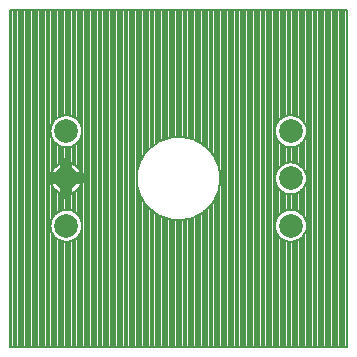
<source format=gbl>
%FSLAX43Y43*%
%MOMM*%
G71*
G01*
G75*
%ADD10R,1.400X3.600*%
%ADD11R,1.400X5.080*%
%ADD12C,0.700*%
%ADD13C,2.000*%
%ADD14C,0.210*%
%ADD15C,1.000*%
D13*
X5500Y15000D02*
D03*
Y19000D02*
D03*
X24500D02*
D03*
X5500Y11000D02*
D03*
X24500D02*
D03*
Y15000D02*
D03*
D14*
X25859Y19000D02*
X25836Y19250D01*
X25767Y19491D01*
X25655Y19715D01*
X25504Y19916D01*
X25319Y20085D01*
X25106Y20217D01*
X24872Y20307D01*
X24625Y20353D01*
X24375D01*
X24128Y20307D01*
X23894Y20217D01*
X23681Y20085D01*
X23496Y19916D01*
X23345Y19715D01*
X23233Y19491D01*
X23164Y19250D01*
X23141Y19000D01*
X23164Y18750D01*
X23233Y18509D01*
X23345Y18285D01*
X23496Y18084D01*
X23681Y17915D01*
X23894Y17783D01*
X24128Y17693D01*
X24375Y17647D01*
X24625D01*
X24872Y17693D01*
X25106Y17783D01*
X25319Y17915D01*
X25504Y18084D01*
X25655Y18285D01*
X25767Y18509D01*
X25836Y18750D01*
X25859Y19000D01*
Y15000D02*
X25836Y15250D01*
X25767Y15491D01*
X25655Y15715D01*
X25504Y15916D01*
X25319Y16085D01*
X25106Y16217D01*
X24872Y16307D01*
X24625Y16353D01*
X24375D01*
X24128Y16307D01*
X23894Y16217D01*
X23681Y16085D01*
X23496Y15916D01*
X23345Y15715D01*
X23233Y15491D01*
X23164Y15250D01*
X23141Y15000D01*
X23164Y14750D01*
X23233Y14509D01*
X23345Y14285D01*
X23496Y14084D01*
X23681Y13915D01*
X23894Y13783D01*
X24128Y13693D01*
X24375Y13647D01*
X24625D01*
X24872Y13693D01*
X25106Y13783D01*
X25319Y13915D01*
X25504Y14084D01*
X25655Y14285D01*
X25767Y14509D01*
X25836Y14750D01*
X25859Y15000D01*
Y11000D02*
X25836Y11250D01*
X25767Y11491D01*
X25655Y11715D01*
X25504Y11916D01*
X25319Y12085D01*
X25106Y12217D01*
X24872Y12307D01*
X24625Y12353D01*
X24375D01*
X24128Y12307D01*
X23894Y12217D01*
X23681Y12085D01*
X23496Y11916D01*
X23345Y11715D01*
X23233Y11491D01*
X23164Y11250D01*
X23141Y11000D01*
X23164Y10750D01*
X23233Y10509D01*
X23345Y10285D01*
X23496Y10084D01*
X23681Y9915D01*
X23894Y9783D01*
X24128Y9693D01*
X24375Y9647D01*
X24625D01*
X24872Y9693D01*
X25106Y9783D01*
X25319Y9915D01*
X25504Y10084D01*
X25655Y10285D01*
X25767Y10509D01*
X25836Y10750D01*
X25859Y11000D01*
X18534Y15000D02*
X18525Y15255D01*
X18497Y15509D01*
X18451Y15760D01*
X18388Y16007D01*
X18306Y16249D01*
X18207Y16484D01*
X18092Y16711D01*
X17960Y16930D01*
X17813Y17139D01*
X17652Y17336D01*
X17476Y17521D01*
X17288Y17693D01*
X17088Y17852D01*
X16876Y17995D01*
X16655Y18122D01*
X16426Y18234D01*
X16189Y18328D01*
X15945Y18405D01*
X15697Y18465D01*
X15445Y18506D01*
X15191Y18529D01*
X14936Y18533D01*
X14681Y18520D01*
X14428Y18487D01*
X14178Y18437D01*
X13932Y18369D01*
X13692Y18283D01*
X13458Y18180D01*
X13233Y18061D01*
X13017Y17925D01*
X12811Y17774D01*
X12616Y17609D01*
X12434Y17430D01*
X12266Y17239D01*
X12111Y17036D01*
X11972Y16822D01*
X11848Y16599D01*
X11741Y16367D01*
X11651Y16128D01*
X11578Y15884D01*
X11523Y15635D01*
X11487Y15382D01*
X11468Y15128D01*
Y14872D01*
X11487Y14618D01*
X11523Y14365D01*
X11578Y14116D01*
X11651Y13872D01*
X11741Y13633D01*
X11848Y13401D01*
X11972Y13178D01*
X12111Y12964D01*
X12266Y12761D01*
X12434Y12570D01*
X12616Y12391D01*
X12811Y12226D01*
X13017Y12075D01*
X13233Y11939D01*
X13458Y11820D01*
X13692Y11717D01*
X13932Y11631D01*
X14178Y11563D01*
X14428Y11513D01*
X14681Y11480D01*
X14936Y11467D01*
X15191Y11471D01*
X15445Y11494D01*
X15697Y11535D01*
X15945Y11595D01*
X16189Y11672D01*
X16426Y11766D01*
X16655Y11878D01*
X16876Y12005D01*
X17088Y12148D01*
X17288Y12307D01*
X17476Y12479D01*
X17652Y12664D01*
X17813Y12861D01*
X17960Y13070D01*
X18092Y13289D01*
X18207Y13516D01*
X18306Y13751D01*
X18388Y13993D01*
X18451Y14240D01*
X18497Y14491D01*
X18525Y14745D01*
X18534Y15000D01*
X6859Y19000D02*
X6836Y19250D01*
X6767Y19491D01*
X6655Y19715D01*
X6504Y19916D01*
X6319Y20085D01*
X6106Y20217D01*
X5872Y20307D01*
X5625Y20353D01*
X5375D01*
X5128Y20307D01*
X4894Y20217D01*
X4681Y20085D01*
X4496Y19916D01*
X4345Y19715D01*
X4233Y19491D01*
X4164Y19250D01*
X4141Y19000D01*
X4164Y18750D01*
X4233Y18509D01*
X4345Y18285D01*
X4496Y18084D01*
X4681Y17915D01*
X4894Y17783D01*
X5128Y17693D01*
X5375Y17647D01*
X5625D01*
X5872Y17693D01*
X6106Y17783D01*
X6319Y17915D01*
X6504Y18084D01*
X6655Y18285D01*
X6767Y18509D01*
X6836Y18750D01*
X6859Y19000D01*
Y15000D02*
X6836Y15250D01*
X6767Y15491D01*
X6655Y15715D01*
X6504Y15916D01*
X6319Y16085D01*
X6106Y16217D01*
X5872Y16307D01*
X5625Y16353D01*
X5375D01*
X5128Y16307D01*
X4894Y16217D01*
X4681Y16085D01*
X4496Y15916D01*
X4345Y15715D01*
X4233Y15491D01*
X4164Y15250D01*
X4141Y15000D01*
X4164Y14750D01*
X4233Y14509D01*
X4345Y14285D01*
X4496Y14084D01*
X4681Y13915D01*
X4894Y13783D01*
X5128Y13693D01*
X5375Y13647D01*
X5625D01*
X5872Y13693D01*
X6106Y13783D01*
X6319Y13915D01*
X6504Y14084D01*
X6655Y14285D01*
X6767Y14509D01*
X6836Y14750D01*
X6859Y15000D01*
Y11000D02*
X6836Y11250D01*
X6767Y11491D01*
X6655Y11715D01*
X6504Y11916D01*
X6319Y12085D01*
X6106Y12217D01*
X5872Y12307D01*
X5625Y12353D01*
X5375D01*
X5128Y12307D01*
X4894Y12217D01*
X4681Y12085D01*
X4496Y11916D01*
X4345Y11715D01*
X4233Y11491D01*
X4164Y11250D01*
X4141Y11000D01*
X4164Y10750D01*
X4233Y10509D01*
X4345Y10285D01*
X4496Y10084D01*
X4681Y9915D01*
X4894Y9783D01*
X5128Y9693D01*
X5375Y9647D01*
X5625D01*
X5872Y9693D01*
X6106Y9783D01*
X6319Y9915D01*
X6504Y10084D01*
X6655Y10285D01*
X6767Y10509D01*
X6836Y10750D01*
X6859Y11000D01*
X29250Y709D02*
Y29291D01*
X25850Y19159D02*
Y29291D01*
Y15159D02*
Y18841D01*
X25650Y19725D02*
Y29291D01*
Y15725D02*
Y18275D01*
X29291Y709D02*
Y29291D01*
X29050Y709D02*
Y29291D01*
X28850Y709D02*
Y29291D01*
X28650Y709D02*
Y29291D01*
X25050Y20243D02*
Y29291D01*
X24850Y20313D02*
Y29291D01*
X24650Y20351D02*
Y29291D01*
X24450Y20358D02*
Y29291D01*
X24250Y20336D02*
Y29291D01*
X25450Y19972D02*
Y29291D01*
X25250Y20134D02*
Y29291D01*
X25450Y15972D02*
Y18028D01*
X25250Y16134D02*
Y17866D01*
X25050Y16243D02*
Y17757D01*
Y12243D02*
Y13757D01*
X24850Y16313D02*
Y17687D01*
Y12313D02*
Y13687D01*
X25850Y11159D02*
Y14841D01*
X25650Y11725D02*
Y14275D01*
X25450Y11972D02*
Y14028D01*
X25250Y12134D02*
Y13866D01*
X24650Y16351D02*
Y17649D01*
X24450Y16358D02*
Y17642D01*
X24250Y16336D02*
Y17664D01*
X24650Y12351D02*
Y13649D01*
X24450Y12358D02*
Y13642D01*
X24250Y12336D02*
Y13664D01*
X24050Y20282D02*
Y29291D01*
X23850Y20193D02*
Y29291D01*
X23650Y20060D02*
Y29291D01*
X23450Y19862D02*
Y29291D01*
X23250Y19533D02*
Y29291D01*
X18450Y15767D02*
Y29291D01*
X18250Y16389D02*
Y29291D01*
X18050Y16786D02*
Y29291D01*
X17850Y17090D02*
Y29291D01*
X16850Y18011D02*
Y29291D01*
X16650Y18125D02*
Y29291D01*
X16450Y18223D02*
Y29291D01*
X16250Y18306D02*
Y29291D01*
X16050Y18375D02*
Y29291D01*
X17650Y17338D02*
Y29291D01*
X17450Y17547D02*
Y29291D01*
X17250Y17725D02*
Y29291D01*
X17050Y17879D02*
Y29291D01*
X23850Y16193D02*
Y17807D01*
X23650Y16060D02*
Y17940D01*
X24050Y16282D02*
Y17718D01*
X23250Y15533D02*
Y18467D01*
X23450Y15862D02*
Y18138D01*
X23850Y12193D02*
Y13807D01*
X24050Y12282D02*
Y13718D01*
X23450Y11862D02*
Y14138D01*
X23650Y12060D02*
Y13940D01*
X15650Y18474D02*
Y29291D01*
X15450Y18505D02*
Y29291D01*
X15250Y18525D02*
Y29291D01*
X15050Y18534D02*
Y29291D01*
X15850Y18430D02*
Y29291D01*
X23250Y11533D02*
Y14467D01*
X14850Y18531D02*
Y29291D01*
X14650Y18517D02*
Y29291D01*
X28450Y709D02*
Y29291D01*
X28250Y709D02*
Y29291D01*
X28050Y709D02*
Y29291D01*
X27850Y709D02*
Y29291D01*
X27650Y709D02*
Y29291D01*
X27450Y709D02*
Y29291D01*
X27250Y709D02*
Y29291D01*
X27050Y709D02*
Y29291D01*
X26850Y709D02*
Y29291D01*
X26650Y709D02*
Y29291D01*
X26450Y709D02*
Y29291D01*
X26250Y709D02*
Y29291D01*
X26050Y709D02*
Y29291D01*
X23050Y709D02*
Y29291D01*
X22850Y709D02*
Y29291D01*
X22650Y709D02*
Y29291D01*
X22450Y709D02*
Y29291D01*
X22250Y709D02*
Y29291D01*
X25850Y709D02*
Y10841D01*
X25650Y709D02*
Y10275D01*
X25450Y709D02*
Y10028D01*
X25250Y709D02*
Y9866D01*
X25050Y709D02*
Y9757D01*
X24850Y709D02*
Y9687D01*
X24650Y709D02*
Y9649D01*
X24250Y709D02*
Y9664D01*
X24450Y709D02*
Y9642D01*
X23850Y709D02*
Y9807D01*
X24050Y709D02*
Y9718D01*
X23450Y709D02*
Y10138D01*
X23650Y709D02*
Y9940D01*
X22050Y709D02*
Y29291D01*
X23250Y709D02*
Y10467D01*
X21850Y709D02*
Y29291D01*
X21650Y709D02*
Y29291D01*
X21450Y709D02*
Y29291D01*
X21250Y709D02*
Y29291D01*
X21050Y709D02*
Y29291D01*
X20850Y709D02*
Y29291D01*
X20650Y709D02*
Y29291D01*
X20450Y709D02*
Y29291D01*
X20250Y709D02*
Y29291D01*
X20050Y709D02*
Y29291D01*
X19850Y709D02*
Y29291D01*
X19650Y709D02*
Y29291D01*
X19450Y709D02*
Y29291D01*
X19250Y709D02*
Y29291D01*
X19050Y709D02*
Y29291D01*
X18850Y709D02*
Y29291D01*
X18650Y709D02*
Y29291D01*
X18450Y709D02*
Y14233D01*
X18250Y709D02*
Y13611D01*
X18050Y709D02*
Y13214D01*
X17850Y709D02*
Y12910D01*
X17650Y709D02*
Y12662D01*
X17450Y709D02*
Y12453D01*
X17250Y709D02*
Y12275D01*
X17050Y709D02*
Y12121D01*
X16850Y709D02*
Y11989D01*
X16650Y709D02*
Y11875D01*
X16450Y709D02*
Y11777D01*
X16250Y709D02*
Y11694D01*
X16050Y709D02*
Y11625D01*
X15850Y709D02*
Y11570D01*
X15650Y709D02*
Y11526D01*
X15450Y709D02*
Y11495D01*
X15250Y709D02*
Y11475D01*
X15050Y709D02*
Y11466D01*
X14850Y709D02*
Y11469D01*
X14450Y18491D02*
Y29291D01*
X14250Y18453D02*
Y29291D01*
X14050Y18404D02*
Y29291D01*
X13850Y18342D02*
Y29291D01*
X13650Y18266D02*
Y29291D01*
X13450Y18176D02*
Y29291D01*
X13250Y18070D02*
Y29291D01*
X13050Y17947D02*
Y29291D01*
X12850Y17805D02*
Y29291D01*
X12650Y17639D02*
Y29291D01*
X709D02*
X29291D01*
X12450Y17446D02*
Y29291D01*
X6850Y19159D02*
Y29291D01*
X6650Y19725D02*
Y29291D01*
X12250Y17219D02*
Y29291D01*
X12050Y16945D02*
Y29291D01*
X11850Y16602D02*
Y29291D01*
X11650Y16125D02*
Y29291D01*
X6850Y15159D02*
Y18841D01*
X6650Y15725D02*
Y18275D01*
X6450Y19972D02*
Y29291D01*
X6650Y11725D02*
Y14275D01*
X14650Y709D02*
Y11483D01*
X14450Y709D02*
Y11509D01*
X6850Y11159D02*
Y14841D01*
X14250Y709D02*
Y11547D01*
X6450Y15972D02*
Y18028D01*
X6250Y20133D02*
Y29291D01*
Y16133D02*
Y17867D01*
X6450Y11972D02*
Y14028D01*
X5850Y20313D02*
Y29291D01*
X5650Y20351D02*
Y29291D01*
X5450Y20358D02*
Y29291D01*
X5250Y20336D02*
Y29291D01*
X5050Y20282D02*
Y29291D01*
X6050Y20243D02*
Y29291D01*
Y16243D02*
Y17757D01*
X5050Y16282D02*
Y17718D01*
X5850Y16313D02*
Y17687D01*
X4850Y20193D02*
Y29291D01*
X4650Y20060D02*
Y29291D01*
X4450Y19862D02*
Y29291D01*
X4250Y19533D02*
Y29291D01*
X4650Y16060D02*
Y17940D01*
X4850Y16193D02*
Y17807D01*
X4250Y15533D02*
Y18467D01*
X4450Y15862D02*
Y18138D01*
X5650Y16351D02*
Y17649D01*
X5450Y16358D02*
Y17642D01*
X5650Y12351D02*
Y13649D01*
X5250Y16336D02*
Y17664D01*
X5450Y12358D02*
Y13642D01*
X6250Y12134D02*
Y13866D01*
X6050Y12243D02*
Y13757D01*
X5850Y12313D02*
Y13687D01*
X5250Y12336D02*
Y13664D01*
X5050Y12282D02*
Y13718D01*
X4650Y12060D02*
Y13940D01*
X4850Y12193D02*
Y13807D01*
X4250Y11533D02*
Y14467D01*
X4450Y11862D02*
Y14138D01*
X11450Y709D02*
Y29291D01*
X11250Y709D02*
Y29291D01*
X11050Y709D02*
Y29291D01*
X10850Y709D02*
Y29291D01*
X10650Y709D02*
Y29291D01*
X10450Y709D02*
Y29291D01*
X10250Y709D02*
Y29291D01*
X10050Y709D02*
Y29291D01*
X9850Y709D02*
Y29291D01*
X9650Y709D02*
Y29291D01*
X9450Y709D02*
Y29291D01*
X9250Y709D02*
Y29291D01*
X9050Y709D02*
Y29291D01*
X8850Y709D02*
Y29291D01*
X8650Y709D02*
Y29291D01*
X8450Y709D02*
Y29291D01*
X8250Y709D02*
Y29291D01*
X8050Y709D02*
Y29291D01*
X14050Y709D02*
Y11596D01*
X13650Y709D02*
Y11734D01*
X13850Y709D02*
Y11658D01*
X13250Y709D02*
Y11930D01*
X13450Y709D02*
Y11824D01*
X12850Y709D02*
Y12195D01*
X13050Y709D02*
Y12053D01*
X12450Y709D02*
Y12554D01*
X12650Y709D02*
Y12361D01*
X12050Y709D02*
Y13054D01*
X12250Y709D02*
Y12781D01*
X11650Y709D02*
Y13875D01*
X11850Y709D02*
Y13398D01*
X7850Y709D02*
Y29291D01*
X709Y709D02*
X29291D01*
X7650D02*
Y29291D01*
X7450Y709D02*
Y29291D01*
X7250Y709D02*
Y29291D01*
X7050Y709D02*
Y29291D01*
X4050Y709D02*
Y29291D01*
X3850Y709D02*
Y29291D01*
X3650Y709D02*
Y29291D01*
X3450Y709D02*
Y29291D01*
X3250Y709D02*
Y29291D01*
X3050Y709D02*
Y29291D01*
X2850Y709D02*
Y29291D01*
X2650Y709D02*
Y29291D01*
X2450Y709D02*
Y29291D01*
X2250Y709D02*
Y29291D01*
X2050Y709D02*
Y29291D01*
X1850Y709D02*
Y29291D01*
X1650Y709D02*
Y29291D01*
X1450Y709D02*
Y29291D01*
X1250Y709D02*
Y29291D01*
X6850Y709D02*
Y10841D01*
X6650Y709D02*
Y10275D01*
X6450Y709D02*
Y10028D01*
X6250Y709D02*
Y9866D01*
X6050Y709D02*
Y9757D01*
X5850Y709D02*
Y9687D01*
X5650Y709D02*
Y9649D01*
X5250Y709D02*
Y9664D01*
X5450Y709D02*
Y9642D01*
X4850Y709D02*
Y9807D01*
X5050Y709D02*
Y9718D01*
X4450Y709D02*
Y10138D01*
X4650Y709D02*
Y9940D01*
X1050Y709D02*
Y29291D01*
X4250Y709D02*
Y10467D01*
X850Y709D02*
Y29291D01*
X709Y709D02*
Y29291D01*
D15*
X5500Y15000D02*
X6754D01*
X5500D02*
Y16254D01*
X4246Y15000D02*
X5500D01*
Y13746D02*
Y15000D01*
M02*

</source>
